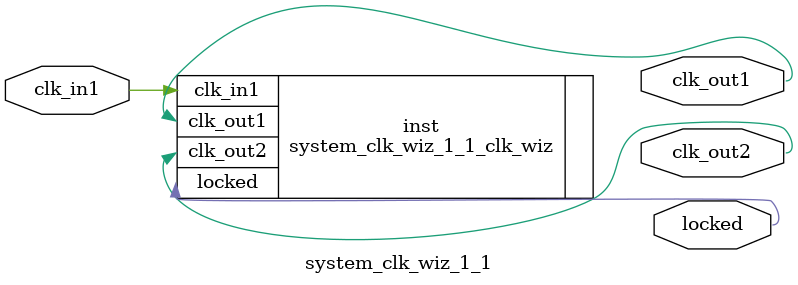
<source format=v>


`timescale 1ps/1ps

(* CORE_GENERATION_INFO = "system_clk_wiz_1_1,clk_wiz_v6_0_5_0_0,{component_name=system_clk_wiz_1_1,use_phase_alignment=true,use_min_o_jitter=false,use_max_i_jitter=false,use_dyn_phase_shift=false,use_inclk_switchover=false,use_dyn_reconfig=false,enable_axi=0,feedback_source=FDBK_AUTO,PRIMITIVE=MMCM,num_out_clk=2,clkin1_period=8.0,clkin2_period=10.0,use_power_down=false,use_reset=false,use_locked=true,use_inclk_stopped=false,feedback_type=SINGLE,CLOCK_MGR_TYPE=NA,manual_override=false}" *)

module system_clk_wiz_1_1 
 (
  // Clock out ports
  output        clk_out1,
  output        clk_out2,
  // Status and control signals
  output        locked,
 // Clock in ports
  input         clk_in1
 );

  system_clk_wiz_1_1_clk_wiz inst
  (
  // Clock out ports  
  .clk_out1(clk_out1),
  .clk_out2(clk_out2),
  // Status and control signals               
  .locked(locked),
 // Clock in ports
  .clk_in1(clk_in1)
  );

endmodule

</source>
